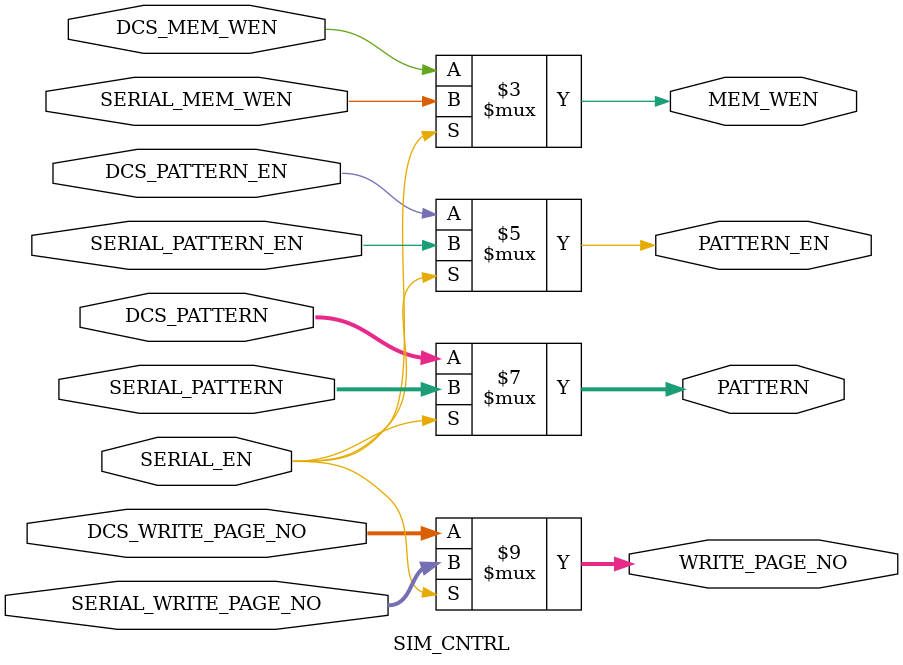
<source format=v>


module SIM_CNTRL( 
// latches driven  
   input				SERIAL_EN,
// inputs	
	input				DCS_MEM_WEN,
	input				DCS_PATTERN_EN,	
   input	[1:0]		DCS_PATTERN,
   input	[31:0]   DCS_WRITE_PAGE_NO,
	
	input				SERIAL_MEM_WEN,
	input				SERIAL_PATTERN_EN,	
   input	[1:0]		SERIAL_PATTERN,
   input	[31:0]   SERIAL_WRITE_PAGE_NO,
// outputs	
	output reg			MEM_WEN,
	output reg			PATTERN_EN,	
   output reg[1:0]	PATTERN,
   output reg[31:0]	WRITE_PAGE_NO
);

always @ (*)
   begin
		MEM_WEN 			<= (SERIAL_EN==1'b1) ? SERIAL_MEM_WEN			: DCS_MEM_WEN;
		PATTERN_EN		<= (SERIAL_EN==1'b1) ? SERIAL_PATTERN_EN  	: DCS_PATTERN_EN;
		PATTERN			<= (SERIAL_EN==1'b1) ? SERIAL_PATTERN	  		: DCS_PATTERN;
		WRITE_PAGE_NO	<= (SERIAL_EN==1'b1) ? SERIAL_WRITE_PAGE_NO	: DCS_WRITE_PAGE_NO;
	end

endmodule


</source>
